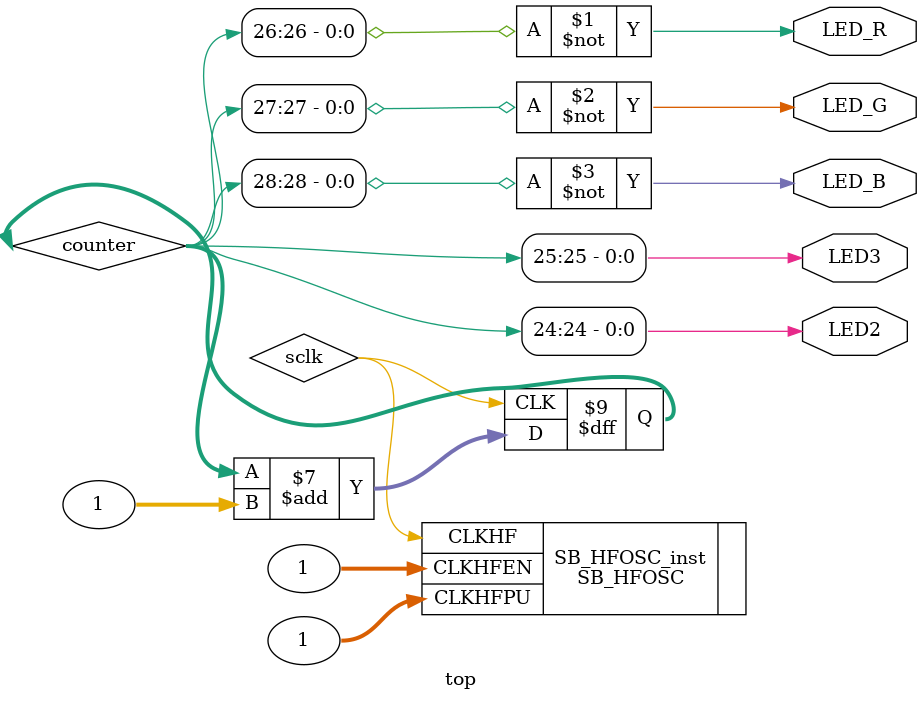
<source format=v>

module top(output LED_R, output LED_G, output LED_B, output LED2, output LED3);
   reg [31:0] counter;
   wire sclk;
   assign LED_R = ~counter[26];
   assign LED_G = ~counter[27];
   assign LED_B = ~counter[28];
   assign LED2 = counter[24];
   assign LED3 = counter[25];


   SB_HFOSC SB_HFOSC_inst(
      .CLKHFEN(1),
      .CLKHFPU(1),
      .CLKHF(sclk)
   );

   initial begin
      counter = 0;
   end

   always @ (posedge sclk)
   begin
      counter <= counter + 1;
   end
   
endmodule // top

</source>
